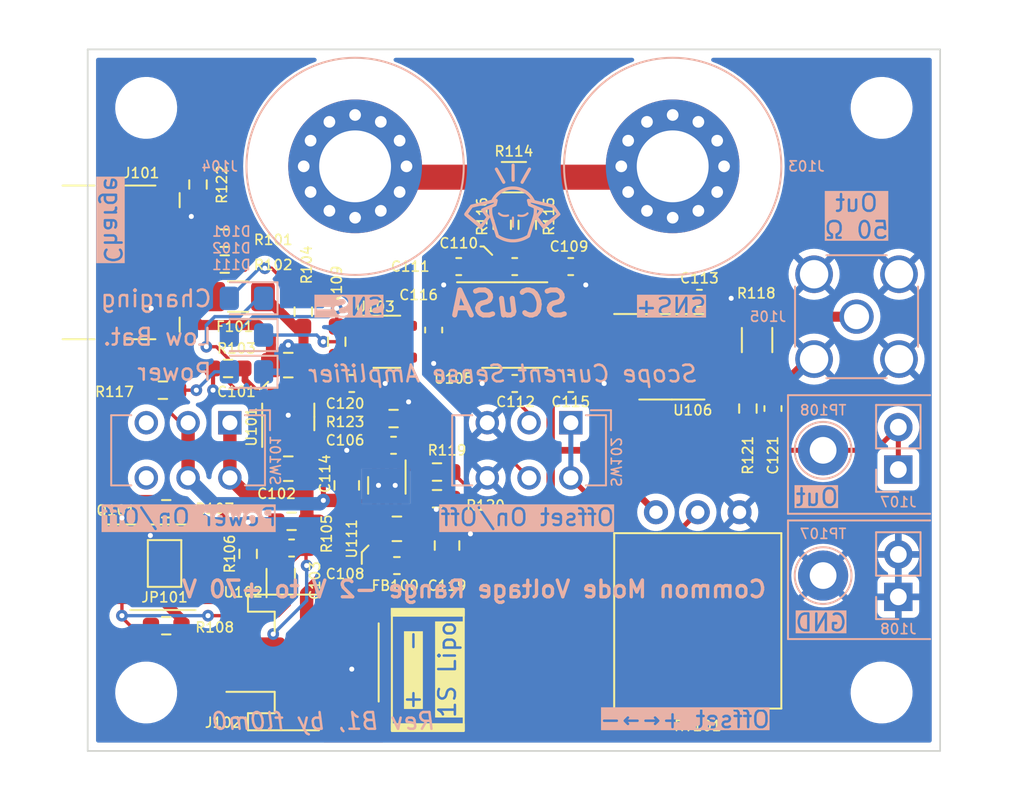
<source format=kicad_pcb>
(kicad_pcb (version 20221018) (generator pcbnew)
  (title_block (title "SCuSA - Scope Current Sense Amplifier") (date "2023-07-15") (rev "Rev B1") (company "fl0m0") (comment 4 "AISLER Project ID: AIRERXTV"))
  (layers (0 "F.Cu" signal) (31 "B.Cu" signal) (34 "B.Paste" user) (35 "F.Paste" user) (36 "B.SilkS" user "B.Silkscreen") (37 "F.SilkS" user "F.Silkscreen") (38 "B.Mask" user) (39 "F.Mask" user) (44 "Edge.Cuts" user))
  (net 0 "")
  (net 1 "/VBat_SW")
  (net 2 "GND")
  (net 3 "Net-(U111-C1+)")
  (net 4 "/Cell-")
  (net 5 "/VBus")
  (net 6 "/VBat")
  (net 7 "Net-(D101-K)")
  (net 8 "Net-(D101-A)")
  (net 9 "Net-(F101-Pad1)")
  (net 10 "Net-(U111-C1-)")
  (net 11 "Net-(U111-VOUT)")
  (net 12 "Net-(D102-K)")
  (net 13 "Net-(D102-A)")
  (net 14 "Net-(U102-BAT)")
  (net 15 "Net-(D111-A)")
  (net 16 "Net-(U111-PFM)")
  (net 17 "Net-(U111-OUTDIS)")
  (net 18 "Net-(J101-CC1)")
  (net 19 "Net-(J101-CC2)")
  (net 20 "Net-(J101-SHIELD)")
  (net 21 "Net-(Q101A-G1)")
  (net 22 "Net-(Q101B-G2)")
  (net 23 "Net-(Q101A-D1-Pad7)")
  (net 24 "Net-(U101-PROG)")
  (net 25 "Net-(U102-V-)")
  (net 26 "Net-(SW102A-A)")
  (net 27 "Net-(SW102A-B)")
  (net 28 "Net-(SW102B-B)")
  (net 33 "Net-(J105-In)")
  (net 34 "/Out")
  (net 35 "Net-(U106--)")
  (net 39 "/SNS+2")
  (net 40 "/SNS-2")
  (net 41 "/SNS+1")
  (net 42 "/SNS-1")
  (net 43 "Net-(C121-Pad1)")
  (net 44 "+5V")
  (footprint "Resistor_SMD:R_1206_3216Metric_Pad1.30x1.75mm_HandSolder" (layer "F.Cu") (at 152.05 79.4 90)
    (fp_text reference "R118")
    (fp_text value "49.9R,1206")
  )
  (footprint "MountingHole:MountingHole_3.2mm_M3_DIN965" (layer "F.Cu") (at 159.5 100.5)
    (fp_text reference "H104" hide)
    (fp_text value "MountingHole")
  )
  (footprint "Capacitor_SMD:C_0603_1608Metric_Pad1.08x0.95mm_HandSolder" (layer "F.Cu") (at 137.55 75 180)
    (fp_text reference "C110")
    (fp_text value "100nF,100V,X7R,0603")
  )
  (footprint "Resistor_SMD:R_0603_1608Metric_Pad0.98x0.95mm_HandSolder" (layer "F.Cu") (at 151.5 83.5 -90)
    (fp_text reference "R121")
    (fp_text value "R")
  )
  (footprint "Fuse:Fuse_1206_3216Metric_Pad1.42x1.75mm_HandSolder" (layer "F.Cu") (at 121 76.8)
    (fp_text reference "F101")
    (fp_text value "0ZCJ0110FF2E")
  )
  (footprint "Package_TO_SOT_SMD:SOT-23-5" (layer "F.Cu") (at 129.9 79.5)
    (fp_text reference "U103")
    (fp_text value "BD4836G-xx")
  )
  (footprint "Capacitor_SMD:C_0805_2012Metric_Pad1.18x1.45mm_HandSolder" (layer "F.Cu") (at 124 80.9 180)
    (fp_text reference "C101")
    (fp_text value "4.7uF,25V,X7R,0805")
  )
  (footprint "Resistor_SMD:R_0603_1608Metric_Pad0.98x0.95mm_HandSolder" (layer "F.Cu") (at 120.4 81.1 180)
    (fp_text reference "R103")
    (fp_text value "4.7k,0603")
  )
  (footprint "Resistor_SMD:R_0603_1608Metric_Pad0.98x0.95mm_HandSolder" (layer "F.Cu") (at 130.3 84.1 180)
    (fp_text reference "R123")
    (fp_text value "0R,0603")
  )
  (footprint "Resistor_SMD:R_0603_1608Metric_Pad0.98x0.95mm_HandSolder" (layer "F.Cu") (at 116.5 82.4 180)
    (fp_text reference "R117")
    (fp_text value "10k,0603")
  )
  (footprint "Resistor_SMD:R_0603_1608Metric_Pad0.98x0.95mm_HandSolder" (layer "F.Cu") (at 124.2 90.25 180)
    (fp_text reference "R105")
    (fp_text value "330R,0603")
  )
  (footprint "Capacitor_SMD:C_0805_2012Metric_Pad1.18x1.45mm_HandSolder" (layer "F.Cu") (at 124 87.1 180)
    (fp_text reference "C102")
    (fp_text value "4.7uF,25V,X7R,0805")
  )
  (footprint "Capacitor_SMD:C_0603_1608Metric_Pad1.08x0.95mm_HandSolder" (layer "F.Cu") (at 134.2 75 180)
    (fp_text reference "C111")
    (fp_text value "100nF,100V,X7R,0603")
  )
  (footprint "Capacitor_SMD:C_0603_1608Metric_Pad1.08x0.95mm_HandSolder" (layer "F.Cu") (at 130.3 85.7)
    (fp_text reference "C106")
    (fp_text value "1uF,16V,X7R,0603")
  )
  (footprint "Capacitor_SMD:C_0603_1608Metric_Pad1.08x0.95mm_HandSolder" (layer "F.Cu") (at 140.9 75 180)
    (fp_text reference "C109")
    (fp_text value "100nF,100V,X7R,0603")
  )
  (footprint "Capacitor_SMD:C_0603_1608Metric_Pad1.08x0.95mm_HandSolder" (layer "F.Cu") (at 140.9 82)
    (fp_text reference "C115")
    (fp_text value "100nF,16V,X7R,0603")
  )
  (footprint "Capacitor_SMD:C_0805_2012Metric_Pad1.18x1.45mm_HandSolder" (layer "F.Cu") (at 130.5 90.7)
    (fp_text reference "C108")
    (fp_text value "4.7uF,25V,X7R,0805")
  )
  (footprint "MountingHole:MountingHole_3.2mm_M3_DIN965" (layer "F.Cu") (at 115.5 100.5)
    (fp_text reference "H103" hide)
    (fp_text value "MountingHole")
  )
  (footprint "Package_SO:SOIC-8_3.9x4.9mm_P1.27mm" (layer "F.Cu") (at 116.5 93)
    (fp_text reference "Q101")
    (fp_text value "DMN2041LSD")
  )
  (footprint "Resistor_SMD:R_0603_1608Metric_Pad0.98x0.95mm_HandSolder" (layer "F.Cu") (at 126.9 79.5 90)
    (fp_text reference "R109")
    (fp_text value "10k,0603")
  )
  (footprint "Capacitor_SMD:C_0603_1608Metric_Pad1.08x0.95mm_HandSolder" (layer "F.Cu") (at 132.7 78.8 90)
    (fp_text reference "C116")
    (fp_text value "100nF,16V,X7R,0603")
  )
  (footprint "Capacitor_SMD:C_0805_2012Metric_Pad1.18x1.45mm_HandSolder" (layer "F.Cu") (at 127.5 88.1 90)
    (fp_text reference "C114")
    (fp_text value "4.7uF,25V,X7R,0805")
  )
  (footprint "MountingHole:MountingHole_3.2mm_M3_DIN965" (layer "F.Cu") (at 159.5 65.5)
    (fp_text reference "H101" hide)
    (fp_text value "MountingHole")
  )
  (footprint "Connector_User:JST_PH_S2B-PH-SM4-TB_1x02-1MP_P2.00mm_Horizontal" (layer "F.Cu") (at 124.9 98.7 90)
    (fp_text reference "J102")
    (fp_text value "JST_S2B-PH-SM4-x")
  )
  (footprint "Resistor_SMD:R_0603_1608Metric_Pad0.98x0.95mm_HandSolder" (layer "F.Cu") (at 138.3 72.5 -90)
    (fp_text reference "R115")
    (fp_text value "0R,0603")
  )
  (footprint "Connector_User:USB-C_Receptacle_GTC_USB4135-GF-A" (layer "F.Cu") (at 116.9025 74.75 -90)
    (fp_text reference "J101")
    (fp_text value "USB4135-GF-A")
  )
  (footprint "Package_SON:WSON-8-1EP_2x2mm_P0.5mm_EP0.9x1.6mm_ThermalVias" (layer "F.Cu") (at 129.9 88.1 -90)
    (fp_text reference "U111")
    (fp_text value "LM2775DSG")
  )
  (footprint "Inductor_SMD:L_0603_1608Metric_Pad1.05x0.95mm_HandSolder" (layer "F.Cu") (at 130.5 92.9)
    (fp_text reference "FB100")
    (fp_text value "742792620")
  )
  (footprint "Resistor_SMD:R_1206_3216Metric_Pad1.30x1.75mm_HandSolder" (layer "F.Cu") (at 137.5 69.65 180)
    (fp_text reference "R114")
    (fp_text value "50m")
  )
  (footprint "Resistor_SMD:R_0603_1608Metric_Pad0.98x0.95mm_HandSolder" (layer "F.Cu") (at 120.2 74.85)
    (fp_text reference "R102")
    (fp_text value "5.1k,0603")
  )
  (footprint "Capacitor_SMD:C_0603_1608Metric_Pad1.08x0.95mm_HandSolder" (layer "F.Cu") (at 148.6 76.9)
    (fp_text reference "C113")
    (fp_text value "100nF,16V,X7R,0603")
  )
  (footprint "Resistor_SMD:R_0603_1608Metric_Pad0.98x0.95mm_HandSolder" (layer "F.Cu") (at 136.8 72.5 -90)
    (fp_text reference "R116")
    (fp_text value "0R,0603")
  )
  (footprint "Capacitor_SMD:C_0603_1608Metric_Pad1.08x0.95mm_HandSolder" (layer "F.Cu") (at 137.55 82 180)
    (fp_text reference "C112")
    (fp_text value "100nF,16V,X7R,0603")
  )
  (footprint "Resistor_SMD:R_0603_1608Metric_Pad0.98x0.95mm_HandSolder" (layer "F.Cu") (at 120.2 73.3)
    (fp_text reference "R101")
    (fp_text value "5.1k,0603")
  )
  (footprint "Capacitor_SMD:C_0603_1608Metric_Pad1.08x0.95mm_HandSolder" (layer "F.Cu") (at 153 83.5 90)
    (fp_text reference "C121")
    (fp_text value "C")
  )
  (footprint "Capacitor_SMD:C_0603_1608Metric_Pad1.08x0.95mm_HandSolder" (layer "F.Cu") (at 127.8 82 180)
    (fp_text reference "C120")
    (fp_text value "100nF,16V,X7R,0603")
  )
  (footprint "Potentionmeter_THT_User:Potentiometer_Suntan_3296W_Vertical_90deg" (layer "F.Cu") (at 148.5 89.71 180)
    (fp_text reference "RV101")
    (fp_text value "10k_Potentiometer_Trim_TSR-3296W")
  )
  (footprint "Package_SO:SOIC-8_3.9x4.9mm_P1.27mm" (layer "F.Cu") (at 137.55 78.5)
    (fp_text reference "U105")
    (fp_text value "AD8418AWBRZ")
  )
  (footprint "Resistor_SMD:R_0603_1608Metric_Pad0.98x0.95mm_HandSolder" (layer "F.Cu") (at 118.6 70.0875 -90)
    (fp_text reference "R122")
    (fp_text value "0R,0603")
  )
  (footprint "Capacitor_SMD:C_0603_1608Metric_Pad1.08x0.95mm_HandSolder" (layer "F.Cu") (at 124.2 91.85)
    (fp_text reference "C103")
    (fp_text value "100nF,16V,X7R,0603")
  )
  (footprint "Resistor_SMD:R_0603_1608Metric_Pad0.98x0.95mm_HandSolder" (layer "F.Cu") (at 124.9 77.7 90)
    (fp_text reference "R104")
    (fp_text value "1.2k,0603")
  )
  (footprint "Package_SO:SOIC-8_3.9x4.9mm_P1.27mm" (layer "F.Cu") (at 146.95 80.4)
    (fp_text reference "U106")
    (fp_text value "AD8655ARZ")
  )
  (footprint "Package_TO_SOT_SMD:SOT-23-5" (layer "F.Cu") (at 124 84 90)
    (fp_text reference "U101")
    (fp_text value "MCP73832T-2ACI/OT")
  )
  (footprint "Resistor_SMD:R_0603_1608Metric_Pad0.98x0.95mm_HandSolder" (layer "F.Cu") (at 116.7 96.5)
    (fp_text reference "R108")
    (fp_text value "5.1M,0603")
  )
  (footprint "Package_SON:WSON-6_1.5x1.5mm_P0.5mm" (layer "F.Cu") (at 123.55 93.85 90)
    (fp_text reference "U102")
    (fp_text value "BQ29700DSER")
  )
  (footprint "Jumper:SolderJumper-2_P1.3mm_Open_TrianglePad1.0x1.5mm" (layer "F.Cu") (at 116.6 92.775 -90)
    (fp_text reference "JP101")
    (fp_text value "SolderJumper_2_Open")
  )
  (footprint "Capacitor_SMD:C_0805_2012Metric_Pad1.18x1.45mm_HandSolder" (layer "F.Cu") (at 133.5 91.7 90)
    (fp_text reference "C119")
    (fp_text value "4.7uF,25V,X7R,0805")
  )
  (footprint "Resistor_SMD:R_0603_1608Metric_Pad0.98x0.95mm_HandSolder" (layer "F.Cu") (at 121.6 92.2 90)
    (fp_text reference "R106")
    (fp_text value "2.2k,0603")
  )
  (footprint "Resistor_SMD:R_0603_1608Metric_Pad0.98x0.95mm_HandSolder" (layer "F.Cu") (at 132.9 88.9 180)
    (fp_text reference "R120")
    (fp_text value "0R,0603")
  )
  (footprint "MountingHole:MountingHole_3.2mm_M3_DIN965" (layer "F.Cu") (at 115.5 65.5)
    (fp_text reference "H102" hide)
    (fp_text value "MountingHole")
  )
  (footprint "Resistor_SMD:R_0603_1608Metric_Pad0.98x0.95mm_HandSolder" (layer "F.Cu") (at 116.7 89.5 180)
    (fp_text reference "R107")
    (fp_text value "5.1M,0603")
  )
  (footprint "Resistor_SMD:R_0603_1608Metric_Pad0.98x0.95mm_HandSolder" (layer "F.Cu") (at 132.9 87.3 180)
    (fp_text reference "R119")
    (fp_text value "0R,0603")
  )
  (footprint "Logo_User:Sense_Logo" (layer "B.Cu") (at 137.4 71.4 180)
    (fp_text reference "G***" hide)
    (fp_text value "Sense_Logo" hide)
  )
  (footprint "Connector_PinHeader_2.54mm:PinHeader_1x02_P2.54mm_Vertical" (layer "B.Cu") (at 160.5 94.775)
    (fp_text reference "J108")
    (fp_text value "77311-118-02LF")
  )
  (footprint "Button_Switch_THT:SW_CuK_JS202011CQN_DPDT_Straight" (layer "B.Cu") (at 120.5075 84.35 180)
    (fp_text reference "SW101")
    (fp_text value "JS202011CQN")
  )
  (footprint "Button_Switch_THT:SW_CuK_JS202011CQN_DPDT_Straight" (layer "B.Cu") (at 140.9075 84.35 180)
    (fp_text reference "SW102")
    (fp_text value "JS202011CQN")
  )
  (footprint "Connector_User:SMA_Vertical" (layer "B.Cu") (at 158 78 180)
    (fp_text reference "J105")
    (fp_text value "SMA_Straight_Jack_Female")
  )
  (footprint "LED_SMD:LED_0805_2012Metric_Pad1.15x1.40mm_HandSolder" (layer "B.Cu") (at 121.5 79.1 180)
    (fp_text reference "D102")
    (fp_text value "150080SS75000")
  )
  (footprint "TestPoint:TestPoint_Loop_D2.60mm_Drill1.6mm_Beaded" (layer "B.Cu") (at 156 86 90)
    (fp_text reference "TP108")
    (fp_text value "TestPoint_5010_Red")
  )
  (footprint "LED_SMD:LED_0805_2012Metric_Pad1.15x1.40mm_HandSolder" (layer "B.Cu") (at 121.5 81.3 180)
    (fp_text reference "D111")
    (fp_text value "150080GS75000")
  )
  (footprint "Connector_User:Binding_Post_PKI_10_A_Au_Red" (layer "B.Cu") (at 147 69 -90)
    (fp_text reference "J103")
    (fp_text value "Binding_Post_PKI_10_A_Au")
  )
  (footprint "LED_SMD:LED_0805_2012Metric_Pad1.15x1.40mm_HandSolder" (layer "B.Cu") (at 121.5 76.9 180)
    (fp_text reference "D101")
    (fp_text value "150080BS75000")
  )
  (footprint "Connector_PinHeader_2.54mm:PinHeader_1x02_P2.54mm_Vertical" (layer "B.Cu") (at 160.5 87.155)
    (fp_text reference "J107")
    (fp_text value "77311-118-02LF")
  )
  (footprint "TestPoint:TestPoint_Loop_D2.60mm_Drill1.6mm_Beaded" (layer "B.Cu") (at 156 93.5 90)
    (fp_text reference "TP107")
    (fp_text value "TestPoint_5011_Black")
  )
  (footprint "Connector_User:Binding_Post_PKI_10_A_Au_Black" (layer "B.Cu") (at 128 69 -90)
    (fp_text reference "J104")
    (fp_text value "Binding_Post_PKI_10_A_Au")
  )
  (gr_line (start 162.4 90.2) (end 153.9 90.2) (stroke (width 0.12)) (layer "B.SilkS"))
  (gr_line (start 153.9 90.2) (end 153.9 97.3) (stroke (width 0.12)) (layer "B.SilkS"))
  (gr_line (start 153.9 97.3) (end 162.4 97.3) (stroke (width 0.12)) (layer "B.SilkS"))
  (gr_line (start 162.4 82.7) (end 153.9 82.7) (stroke (width 0.12)) (layer "B.SilkS"))
  (gr_line (start 153.9 82.7) (end 153.9 89.8) (stroke (width 0.12)) (layer "B.SilkS"))
  (gr_line (start 153.9 89.8) (end 162.4 89.8) (stroke (width 0.12)) (layer "B.SilkS"))
  (gr_line (start 135.5 73.8) (end 135.7 73.8) (stroke (width 0.12)) (layer "F.SilkS"))
  (gr_line (start 128.4 92.1) (end 128.8 91.7) (stroke (width 0.12)) (layer "F.SilkS"))
  (gr_line (start 128.4 92.8) (end 128.4 92.1) (stroke (width 0.12)) (layer "F.SilkS"))
  (gr_line (start 135.7 73.8) (end 136.2 74.3) (stroke (width 0.12)) (layer "F.SilkS"))
  (gr_line (start 122 82.3) (end 122.4 82.3) (stroke (width 0.12)) (layer "F.SilkS"))
  (gr_rect (start 130.2 95.5) (end 134.5 102.8) (stroke (width 0.12)) (fill none) (layer "F.SilkS"))
  (gr_rect (start 130.2 95.5) (end 134.5 95.9) (stroke (width 0.12)) (fill solid) (layer "F.SilkS"))
  (gr_line (start 122.4 82.3) (end 122.8 81.9) (stroke (width 0.12)) (layer "F.SilkS"))
  (gr_rect (start 130.2 102.4) (end 134.5 102.8) (stroke (width 0.12)) (fill solid) (layer "F.SilkS"))
  (gr_line (start 163 104) (end 112 104) (stroke (width 0.1)) (layer "Edge.Cuts"))
  (gr_line (start 112 62) (end 163 62) (stroke (width 0.1)) (layer "Edge.Cuts"))
  (gr_line (start 112 104) (end 112 62) (stroke (width 0.1)) (layer "Edge.Cuts"))
  (gr_line (start 163 62) (end 163 104) (stroke (width 0.1)) (layer "Edge.Cuts"))
  (gr_text "Low Bat." (at 119.5 79.8) (layer "B.SilkS") (effects (font (size 1 1)) (justify left bottom mirror)))
  (gr_text "Power On/Off" (at 123.4 90.6) (layer "B.SilkS" knockout) (effects (font (size 1 1)) (justify left bottom mirror)))
  (gr_text "Offset On/Off" (at 143.6 90.6) (layer "B.SilkS" knockout) (effects (font (size 1 1)) (justify left bottom mirror)))
  (gr_text "SNS+" (at 149.1 78) (layer "B.SilkS" knockout) (effects (font (size 1 1)) (justify left bottom mirror)))
  (gr_text "Out\n50 Ω" (at 158 73.4) (layer "B.SilkS" knockout) (effects (font (size 1 1)) (justify bottom mirror)))
  (gr_text "Charge" (at 112.9 74.9 270) (layer "B.SilkS" knockout) (effects (font (size 1 1)) (justify left bottom mirror)))
  (gr_text "Charging" (at 119.5 77.5) (layer "B.SilkS") (effects (font (size 1 1)) (justify left bottom mirror)))
  (gr_text "SNS-" (at 129.8 78) (layer "B.SilkS" knockout) (effects (font (size 1 1)) (justify left bottom mirror)))
  (gr_text "Rev B1, by fl0m0" (at 132.9 102.8) (layer "B.SilkS") (effects (font (size 1 1) (thickness 0.15) italic) (justify left bottom mirror)))
  (gr_text "GND" (at 157.5 96.9) (layer "B.SilkS" knockout) (effects (font (size 1 1)) (justify left bottom mirror)))
  (gr_text "Power" (at 119.5 81.9) (layer "B.SilkS") (effects (font (size 1 1)) (justify left bottom mirror)))
  (gr_text "SCuSA" (at 141 78.1) (layer "B.SilkS") (effects (font (size 1.5 1.5) (thickness 0.3) bold italic) (justify left bottom mirror)))
  (gr_text "Out" (at 157 89.4) (layer "B.SilkS" knockout) (effects (font (size 1 1)) (justify left bottom mirror)))
  (gr_text "Common Mode Voltage Range -2 V to +70 V" (at 152.7 94.9) (layer "B.SilkS") (effects (font (size 1 1) (thickness 0.2) bold) (justify left bottom mirror)))
  (gr_text "Offset +←→-" (at 152.9 102.7) (layer "B.SilkS" knockout) (effects (font (size 1 1)) (justify left bottom mirror)))
  (gr_text "Scope Current Sense Amplifier" (at 148.6 82) (layer "B.SilkS") (effects (font (size 1 1) (thickness 0.15) italic) (justify left bottom mirror)))
  (gr_text " +   - " (at 132 102.4 90) (layer "F.SilkS" knockout) (effects (font (size 1 1)) (justify left bottom)))
  (gr_text "1S Lipo" (at 134.1 102.1 90) (layer "F.SilkS" knockout) (effects (font (size 1 1)) (justify left bottom)))
  (segment (start 127.5 92.7) (end 127.5 89.1375) (width 0.2) (layer "F.Cu") (net 1))
  (segment (start 126.1 89) (end 126.1 85) (width 0.3) (layer "F.Cu") (net 1))
  (segment (start 115.6 82.4) (end 117.55 84.35) (width 0.2) (layer "F.Cu") (net 1))
  (segment (start 132.3 91.9) (end 132.5 91.7) (width 0.2) (layer "F.Cu") (net 1))
  (segment (start 135.5 91.4) (end 135.5 88.9875) (width 0.2) (layer "F.Cu") (net 1))
  (segment (start 130.15 89.05) (end 130.15 89.45) (width 0.2) (layer "F.Cu") (net 1))
  (segment (start 128.1 79.5) (end 127.1875 80.4125) (width 0.2) (layer "F.Cu") (net 1))
  (segment (start 135.5 88.9875) (end 133.8125 87.3) (width 0.2) (layer "F.Cu") (net 1))
  (segment (start 129.15 89.05) (end 127.5875 89.05) (width 0.25) (layer "F.Cu") (net 1))
  (segment (start 126.9375 82) (end 126.9375 80.45) (width 0.2) (layer "F.Cu") (net 1))
  (segment (start 130.5 91.9) (end 130.5 93.5) (width 0.2) (layer "F.Cu") (net 1))
  (segment (start 126.1 85) (end 126.9375 84.1625) (width 0.3) (layer "F.Cu") (net 1))
  (segment (start 126.9375 80.45) (end 126.9 80.4125) (width 0.2) (layer "F.Cu") (net 1))
  (segment (start 130.5 93.5) (end 130.1 93.9) (width 0.2) (layer "F.Cu") (net 1))
  (segment (start 118.0075 87.65) (end 118.0075 84.35) (width 0.8) (layer "F.Cu") (net 1))
  (segment (start 127.5875 89.05) (end 127.5 89.1375) (width 0.25) (layer "F.Cu") (net 1))
  (segment (start 130.5 89.8) (end 130.5 91.9) (width 0.2) (layer "F.Cu") (net 1))
  (segment (start 130.15 89.45) (end 130.5 89.8) (width 0.2) (layer "F.Cu") (net 1))
  (segment (start 117.55 84.35) (end 118.0075 84.35) (width 0.2) (layer "F.Cu") (net 1))
  (segment (start 130.5 91.9) (end 132.3 91.9) (width 0.2) (layer "F.Cu") (net 1))
  (segment (start 135.2 91.7) (end 135.5 91.4) (width 0.2) (layer "F.Cu") (net 1))
  (segment (start 128.7625 79.5) (end 128.1 79.5) (width 0.2) (layer "F.Cu") (net 1))
  (segment (start 127.3625 89) (end 127.5 89.1375) (width 0.8) (layer "F.Cu") (net 1))
  (segment (start 132.5 91.7) (end 135.2 91.7) (width 0.2) (layer "F.Cu") (net 1))
  (segment (start 128.7 93.9) (end 127.5 92.7) (width 0.2) (layer "F.Cu") (net 1))
  (segment (start 126.9375 84.1625) (end 126.9375 82) (width 0.3) (layer "F.Cu") (net 1))
  (segment (start 127.1875 80.4125) (end 126.9 80.4125) (width 0.2) (layer "F.Cu") (net 1))
  (segment (start 126.1 89) (end 127.3625 89) (width 0.8) (layer "F.Cu") (net 1))
  (segment (start 130.1 93.9) (end 128.7 93.9) (width 0.2) (layer "F.Cu") (net 1))
  (segment (start 115.5875 82.4) (end 115.6 82.4) (width 0.2) (layer "F.Cu") (net 1))
  (via (at 126.1 89) (size 0.7) (drill 0.3) (layers "F.Cu" "B.Cu") (net 1))
  (segment (start 119.5575 89.2) (end 118.0075 87.65) (width 0.8) (layer "B.Cu") (net 1))
  (segment (start 126.1 89) (end 125.9 89.2) (width 0.8) (layer "B.Cu") (net 1))
  (segment (start 125.9 89.2) (end 119.5575 89.2) (width 0.8) (layer "B.Cu") (net 1))
  (segment (start 133.4625 90.7) (end 133.5 90.6625) (width 0.4) (layer "F.Cu") (net 2))
  (segment (start 122.9625 79.2625) (end 122.9625 79.7) (width 0.6) (layer "F.Cu") (net 2))
  (segment (start 129.25 80.45) (end 128.7625 80.45) (width 0.25) (layer "F.Cu") (net 2))
  (segment (start 115.7875 89.5) (end 115.7875 91.0625) (width 0.4) (layer "F.Cu") (net 2))
  (segment (start 118.2 72) (end 120.5 72) (width 0.2) (layer "F.Cu") (net 2))
  (segment (start 124 79.7) (end 122.9625 80.7375) (width 0.6) (layer "F.Cu") (net 2))
  (segment (start 153 82.6) (end 155.06 80.54) (width 0.4) (layer "F.Cu") (net 2))
  (segment (start 136.7 81.9875) (end 136.6875 82) (width 0.4) (layer "F.Cu") (net 2))
  (segment (start 122.2 78.5) (end 122.9625 79.2625) (width 0.6) (layer "F.Cu") (net 2))
  (segment (start 115.745 91.095) (end 115.75 91.1) (width 0.6) (layer "F.Cu") (net 2))
  (segment (start 118.2 72) (end 118.2 71.4) (width 0.6) (layer "F.Cu") (net 2))
  (segment (start 115.8 77.5) (end 116.9675 77.5) (width 0.4) (layer "F.Cu") (net 2))
  (segment (start 129.8 81) (end 129.25 80.45) (width 0.25) (layer "F.Cu") (net 2))
  (segment (start 132.857002 89.536734) (end 131.693736 90.7) (width 0.4) (layer "F.Cu") (net 2))
  (segment (start 133.8375 91) (end 133.5 90.6625) (width 0.4) (layer "F.Cu") (net 2))
  (segment (start 133.8 90.3625) (end 133.8 88.9125) (width 0.4) (layer "F.Cu") (net 2))
  (segment (start 144.475 82.305) (end 143.205 82.305) (width 0.3) (layer "F.Cu") (net 2))
  (segment (start 118.2 71.4) (end 118.6 71) (width 0.6) (layer "F.Cu") (net 2))
  (segment (start 135.075 77.865) (end 136.265 77.865) (width 0.4) (layer "F.Cu") (net 2))
  (segment (start 135.6 82) (end 136.6875 82) (width 0.4) (layer "F.Cu") (net 2))
  (segment (start 153 82.6375) (end 153 82.6) (width 0.4) (layer "F.Cu") (net 2))
  (segment (start 121.1125 72.6125) (end 121.1125 73.3) (width 0.2) (layer "F.Cu") (net 2))
  (segment (start 114.025 91.095) (end 115 91.095) (width 0.6) (layer "F.Cu") (net 2))
  (segment (start 129.8 82) (end 129.8 81) (width 0.25) (layer "F.Cu") (net 2))
  (segment (start 132.7725 77.865) (end 132.7 77.9375) (width 0.4) (layer "F.Cu") (net 2))
  (segment (start 132.7 79.6625) (end 132.7 80.8) (width 0.3) (layer "F.Cu") (net 2))
  (segment (start 155.06 80.54) (end 155.46 80.54) (width 0.4) (layer "F.Cu") (net 2))
  (segment (start 141.7625 75) (end 141.7625 76.0625) (width 0.3) (layer "F.Cu") (net 2))
  (segment (start 118.2 72) (end 116.9675 72) (width 0.4) (layer "F.Cu") (net 2))
  (segment (start 131.693736 90.7) (end 131.5375 90.7) (width 0.4) (layer "F.Cu") (net 2))
  (segment (start 122.9625 80.7375) (end 122.9625 80.9) (width 0.6) (layer "F.Cu") (net 2))
  (segment (start 130.65 89.05) (end 130.65 88.35) (width 0.2) (layer "F.Cu") (net 2))
  (segment (start 114.05 90.05) (end 114.05 91.07) (width 0.6) (layer "F.Cu") (net 2))
  (segment (start 121.6 91.2875) (end 121.6 90.3) (width 0.2) (layer "F.Cu") (net 2))
  (segment (start 124 85.1375) (end 124 86.0625) (width 0.4) (layer "F.Cu") (net 2))
  (segment (start 133.3375 75) (end 133.3375 76.0625) (width 0.3) (layer "F.Cu") (net 2))
  (segment (start 120.5 72) (end 121.1125 72.6125) (width 0.2) (layer "F.Cu") (net 2))
  (segment (start 133.5 90.6625) (end 133.8 90.3625) (width 0.4) (layer "F.Cu") (net 2))
  (segment (start 118.7 78.5) (end 122.2 78.5) (width 0.6) (layer "F.Cu") (net 2))
  (segment (start 124 86.0625) (end 122.9625 87.1) (width 0.4) (layer "F.Cu") (net 2))
  (segment (start 142.9 82) (end 141.7625 82) (width 0.3) (layer "F.Cu") (net 2))
  (segment (start 114.05 91.07) (end 114.025 91.095) (width 0.6) (layer "F.Cu") (net 2))
  (segment (start 122.9625 79.7) (end 122.9625 80.9) (width 0.6) (layer "F.Cu") (net 2))
  (segment (start 116.095 91.095) (end 116.7 91.7) (width 0.6) (layer "F.Cu") (net 2))
  (segment (start 127.5 87.0625) (end 127.5 86) (width 0.3) (layer "F.Cu") (net 2))
  (segment (start 134.9 91) (end 133.8375 91) (width 0.4) (layer "F.Cu") (net 2))
  (segment (start 115 91.095) (end 115.745 91.095) (width 0.6) (layer "F.Cu") (net 2))
  (segment (start 131.2125 84.1) (end 131.2125 83.1125) (width 0.3) (layer "F.Cu") (net 2))
  (segment (start 136.265 77.865) (end 136.7 78.3) (width 0.4) (layer "F.Cu") (net 2))
  (segment (start 136.7 78.3) (end 136.7 81.9875) (width 0.4) (layer "F.Cu") (net 2))
  (segment (start 121.1125 74.85) (end 121.1125 73.3) (width 0.2) (layer "F.Cu") (net 2))
  (segment (start 129.8 82) (end 128.6625 82) (width 0.3) (layer "F.Cu") (net 2))
  (segment (start 141.7625 76.0625) (end 141.8 76.1) (width 0.3) (layer "F.Cu") (net 2))
  (segment (start 131.5375 90.7) (end 133.4625 90.7) (width 0.4) (layer "F.Cu") (net 2))
  (segment (start 119.5 82.4) (end 119.5 81.1125) (width 0.25) (layer "F.Cu") (net 2))
  (segment (start 150.5 76.9) (end 149.4625 76.9) (width 0.3) (layer "F.Cu") (net 2))
  (segment (start 131.2125 83.1125) (end 131.2 83.1) (width 0.3) (layer "F.Cu") (net 2))
  (segment (start 116.7 91.7) (end 116.7 91.7875) (width 0.6) (layer "F.Cu") (net 2))
  (segment (start 130.65 88.35) (end 130.4 88.1) (width 0.2) (layer "F.Cu") (net 2))
  (segment (start 133.8 88.9125) (end 133.8125 88.9) (width 0.4) (layer "F.Cu") (net 2))
  (segment (start 124 83.9) (end 124 85.1375) (width 0.4) (layer "F.Cu") (net 2))
  (segment (start 117.7 77.5) (end 118.7 78.5) (width 0.6) (layer "F.Cu") (net 2))
  (segment (start 115 91.095) (end 116.095 91.095) (width 0.6) (layer "F.Cu") (net 2))
  (segment (start 115.7875 91.0625) (end 115.75 91.1) (width 0.4) (layer "F.Cu") (net 2))
  (segment (start 119.5 81.1125) (end 119.4875 81.1) (width 0.25) (layer "F.Cu") (net 2))
  (segment (start 116.9675 77.5) (end 117.7 77.5) (width 0.6) (layer "F.Cu") (net 2))
  (segment (start 143.205 82.305) (end 142.9 82) (width 0.3) (layer "F.Cu") (net 2))
  (segment (start 135.075 77.865) (end 132.7725 77.865) (width 0.4) (layer "F.Cu") (net 2))
  (segment (start 133.3375 76.0625) (end 133.3 76.1) (width 0.3) (layer "F.Cu") (net 2))
  (via (at 134.9 91) (size 0.7) (drill 0.3) (layers "F.Cu" "B.Cu") (net 2))
  (via (at 124 79.7) (size 0.7) (drill 0.3) (layers "F.Cu" "B.Cu") (net 2))
  (via (at 115.8 77.5) (size 0.7) (drill 0.3) (layers "F.Cu" "B.Cu") (net 2))
  (via (at 132.857002 89.536734) (size 0.7) (drill 0.3) (layers "F.Cu" "B.Cu") (net 2))
  (via (at 118.2 72) (size 0.7) (drill 0.3) (layers "F.Cu" "B.Cu") (net 2))
  (via (at 131.2 83.1) (size 0.7) (drill 0.3) (layers "F.Cu" "B.Cu") (net 2))
  (via (at 133.3 76.1) (size 0.7) (drill 0.3) (layers "F.Cu" "B.Cu") (net 2))
  (via (at 124 83.9) (size 0.7) (drill 0.3) (layers "F.Cu" "B.Cu") (net 2))
  (via (at 135.6 82) (size 0.7) (drill 0.3) (layers "F.Cu" "B.Cu") (net 2))
  (via (at 142.9 82) (size 0.7) (drill 0.3) (layers "F.Cu" "B.Cu") (net 2))
  (via (at 127.5 86) (size 0.7) (drill 0.3) (layers "F.Cu" "B.Cu") (net 2))
  (via (at 121.6 90.3) (size 0.7) (drill 0.3) (layers "F.Cu" "B.Cu") (net 2))
  (via (at 129.8 82) (size 0.7) (drill 0.3) (layers "F.Cu" "B.Cu") (net 2))
  (via (at 141.8 76.1) (size 0.7) (drill 0.3) (layers "F.Cu" "B.Cu") (net 2))
  (via (at 115.75 91.1) (size 0.7) (drill 0.3) (layers "F.Cu" "B.Cu") (net 2))
  (via (at 114.05 90.05) (size 0.7) (drill 0.3) (layers "F.Cu" "B.Cu") (net 2))
  (via (at 127.8 99.1) (size 0.7) (drill 0.3) (layers "F.Cu" "B.Cu") (net 2))
  (via (at 132.7 80.8) (size 0.7) (drill 0.3) (layers "F.Cu" "B.Cu") (net 2))
  (via (at 150.5 76.9) (size 0.7) (drill 0.3) (layers "F.Cu" "B.Cu") (net 2))
  (via (at 119.5 82.4) (size 0.7) (drill 0.3) (layers "F.Cu" "B.Cu") (net 2))
  (segment (start 129.65 87.15) (end 129.65 85.9125) (width 0.2) (layer "F.Cu") (net 3))
  (segment (start 129.65 85.9125) (end 129.4375 85.7) (width 0.2) (layer "F.Cu") (net 3))
  (segment (start 119.3125 98.2) (end 122.05 98.2) (width 0.6) (layer "F.Cu") (net 4))
  (segment (start 123.1 97) (end 123.1 98.1) (width 0.2) (layer "F.Cu") (net 4))
  (segment (start 116.335 93.635) (end 114.025 93.635) (width 0.6) (layer "F.Cu") (net 4))
  (segment (start 117.6125 96.5) (end 117.6125 96.1125) (width 0.6) (layer "F.Cu") (net 4))
  (segment (start 116.7 94) (end 116.335 93.635) (width 0.6) (layer "F.Cu") (net 4))
  (segment (start 124.05 93.275) (end 124.05 92.8625) (width 0.2) (layer "F.Cu") (net 4))
  (segment (start 125.0625 92.8625) (end 125.1 92.9) (width 0.2) (layer "F.Cu") (net 4))
  (segment (start 123 98.2) (end 122.05 98.2) (width 0.2) (layer "F.Cu") (net 4))
  (segment (start 123.1 98.1) (end 123 98.2) (width 0.2) (layer "F.Cu") (net 4))
  (segment (start 124.05 92.8625) (end 125.0625 91.85) (width 0.2) (layer "F.Cu") (net 4))
  (segment (start 125.0625 91.85) (end 125.0625 92.8625) (width 0.2) (layer "F.Cu") (net 4))
  (segment (start 117.6125 96.1125) (end 116.7 95.2) (width 0.6) (layer "F.Cu") (net 4))
  (segment (start 116.7 95.2) (end 116.7 94) (width 0.6) (layer "F.Cu") (net 4))
  (segment (start 117.6125 96.5) (end 119.3125 98.2) (width 0.6) (layer "F.Cu") (net 4))
  (segment (start 122.05 98.2) (end 123.1 98.2) (width 0.6) (layer "F.Cu") (net 4))
  (via (at 125.1 92.9) (size 0.7) (drill 0.3) (layers "F.Cu" "B.Cu") (net 4))
  (via (at 123.1 97) (size 0.7) (drill 0.3) (layers "F.Cu" "B.Cu") (net 4))
  (segment (start 125.1 95) (end 123.1 97) (width 0.2) (layer "B.Cu") (net 4))
  (segment (start 125.1 92.9) (end 125.1 95) (width 0.2) (layer "B.Cu") (net 4))
  (segment (start 124.8625 81.1) (end 124.9125 81.05) (width 0.6) (layer "F.Cu") (net 5))
  (segment (start 124.95 82.8625) (end 124.95 81.1875) (width 0.4) (layer "F.Cu") (net 5))
  (segment (start 122.6 76.8) (end 122.4875 76.8) (width 0.6) (layer "F.Cu") (net 5))
  (segment (start 124.95 81.1875) (end 124.8625 81.1) (width 0.4) (layer "F.Cu") (net 5))
  (segment (start 124.9 79.1) (end 122.6 76.8) (width 0.6) (layer "F.Cu") (net 5))
  (segment (start 124.9125 81.05) (end 124.9125 79.1) (width 0.6) (layer "F.Cu") (net 5))
  (segment (start 124.9125 79.1) (end 124.9 79.1) (width 0.6) (layer "F.Cu") (net 5))
  (segment (start 125.1125 88.7) (end 125.1125 87.275) (width 0.8) (layer "F.Cu") (net 6))
  (segment (start 125.1 94.6) (end 125.1 99.5) (width 0.8) (layer "F.Cu") (net 6))
  (segment (start 124.4 100.2) (end 122.05 100.2) (width 0.8) (layer "F.Cu") (net 6))
  (segment (start 124.95 85.1375) (end 124.95 86.8125) (width 0.4) (layer "F.Cu") (net 6))
  (segment (start 125.1125 87.275) (end 124.9375 87.1) (width 0.8) (layer "F.Cu") (net 6))
  (segment (start 125.1125 90.25) (end 125.1125 88.7) (width 0.8) (layer "F.Cu") (net 6))
  (segment (start 121.5575 88.7) (end 120.5075 87.65) (width 0.8) (layer "F.Cu") (net 6))
  (segment (start 125.1125 88.7) (end 121.5575 88.7) (width 0.8) (layer "F.Cu") (net 6))
  (segment (start 125.1 99.5) (end 124.4 100.2) (width 0.8) (layer "F.Cu") (net 6))
  (segment (start 126.6 91) (end 126.6 93.1) (width 0.8) (layer "F.Cu") (net 6))
  (segment (start 124.8625 86.9) (end 124.9375 86.975) (width 0.8) (layer "F.Cu") (net 6))
  (segment (start 126.6 93.1) (end 125.1 94.6) (width 0.8) (layer "F.Cu") (net 6))
  (segment (start 125.85 90.25) (end 126.6 91) (width 0.8) (layer "F.Cu") (net 6))
  (segment (start 125.1125 90.25) (end 125.85 90.25) (width 0.8) (layer "F.Cu") (net 6))
  (segment (start 120.5075 87.65) (end 120.5075 84.35) (width 0.8) (layer "F.Cu") (net 6))
  (segment (start 124.95 86.8125) (end 124.8625 86.9) (width 0.4) (layer "F.Cu") (net 6))
  (segment (start 119.7 79.8) (end 120.4 80.5) (width 0.2) (layer "F.Cu") (net 7))
  (segment (start 120.4 81.9) (end 122.1 83.6) (width 0.2) (layer "F.Cu") (net 7))
  (segment (start 120.4 80.5) (end 120.4 81.9) (width 0.2) (layer "F.Cu") (net 7))
  (segment (start 122.1 84.1875) (end 123.05 85.1375) (width 0.2) (layer "F.Cu") (net 7))
  (segment (start 122.1 83.6) (end 122.1 84.1875) (width 0.2) (layer "F.Cu") (net 7))
  (segment (start 119.1 79.8) (end 119.7 79.8) (width 0.2) (layer "F.Cu") (net 7))
  (via (at 119.1 79.8) (size 0.7) (drill 0.3) (layers "F.Cu" "B.Cu") (net 7))
  (segment (start 122.2 76.9) (end 122.525 76.9) (width 0.2) (layer "B.Cu") (net 7))
  (segment (start 119.1 78.5) (end 119.6 78) (width 0.2) (layer "B.Cu") (net 7))
  (segment (start 121.1 78) (end 122.2 76.9) (width 0.2) (layer "B.Cu") (net 7))
  (segment (start 119.1 79.8) (end 119.1 78.5) (width 0.2) (layer "B.Cu") (net 7))
  (segment (start 119.6 78) (end 121.1 78) (width 0.2) (layer "B.Cu") (net 7))
  (segment (start 124.6875 76.7875) (end 124.9 76.7875) (width 0.2) (layer "F.Cu") (net 8))
  (segment (start 122.6 75.1) (end 123 75.1) (width 0.2) (layer "F.Cu") (net 8))
  (segment (start 123 75.1) (end 124.6875 76.7875) (width 0.2) (layer "F.Cu") (net 8))
  (via (at 122.6 75.1) (size 0.7) (drill 0.3) (layers "F.Cu" "B.Cu") (net 8))
  (segment (start 122.275 75.1) (end 122.6 75.1) (width 0.2) (layer "B.Cu") (net 8))
  (segment (start 120.475 76.9) (end 122.275 75.1) (width 0.2) (layer "B.Cu") (net 8))
  (segment (start 115.45 75.8) (end 115.45 73.75) (width 0.6) (layer "F.Cu") (net 9))
  (segment (start 115.952 73.248) (end 116.9675 73.248) (width 0.6) (layer "F.Cu") (net 9))
  (segment (start 116.9675 76.252) (end 115.902 76.252) (width 0.6) (layer "F.Cu") (net 9))
  (segment (start 115.45 73.75) (end 115.952 73.248) (width 0.6) (layer "F.Cu") (net 9))
  (segment (start 115.902 76.252) (end 115.45 75.8) (width 0.6) (layer "F.Cu") (net 9))
  (segment (start 119.5125 76.8) (end 118.9645 76.252) (width 0.6) (layer "F.Cu") (net 9))
  (segment (start 118.9645 76.252) (end 116.9675 76.252) (width 0.6) (layer "F.Cu") (net 9))
  (segment (start 130.15 87.15) (end 130.15 86.7125) (width 0.2) (layer "F.Cu") (net 10))
  (segment (start 130.15 86.7125) (end 131.1625 85.7) (width 0.2) (layer "F.Cu") (net 10))
  (segment (start 129.625 92.9) (end 129.625 90.8625) (width 0.5) (layer "F.Cu") (net 11))
  (segment (start 129.625 90.8625) (end 129.4625 90.7) (width 0.4) (layer "F.Cu") (net 11))
  (segment (start 129.65 90.5125) (end 129.4625 90.7) (width 0.25) (layer "F.Cu") (net 11))
  (segment (start 129.65 89.05) (end 129.65 90.5125) (width 0.25) (layer "F.Cu") (net 11))
  (segment (start 126.1 79.5) (end 127.434315 79.5) (width 0.2) (layer "F.Cu") (net 12))
  (segment (start 128.384315 78.55) (end 128.6625 78.55) (width 0.2) (layer "F.Cu") (net 12))
  (segment (start 127.434315 79.5) (end 128.384315 78.55) (width 0.2) (layer "F.Cu") (net 12))
  (via (at 126.1 79.5) (size 0.7) (drill 0.3) (layers "F.Cu" "B.Cu") (net 12))
  (segment (start 125.7 79.1) (end 126.1 79.5) (width 0.2) (layer "B.Cu") (net 12))
  (segment (start 122.525 79.1) (end 125.7 79.1) (width 0.2) (layer "B.Cu") (net 12))
  (segment (start 126.9 77.5) (end 126.9 78.5875) (width 0.2) (layer "F.Cu") (net 13))
  (via (at 126.9 77.5) (size 0.7) (drill 0.3) (layers "F.Cu" "B.Cu") (net 13))
  (segment (start 120.8 79.1) (end 121.9 78) (width 0.2) (layer "B.Cu") (net 13))
  (segment (start 121.9 78) (end 126.4 78) (width 0.2) (layer "B.Cu") (net 13))
  (segment (start 126.4 78) (end 126.9 77.5) (width 0.2) (layer "B.Cu") (net 13))
  (segment (start 120.475 79.1) (end 120.8 79.1) (width 0.2) (layer "B.Cu") (net 13))
  (segment (start 123.55 93.275) (end 123.55 92.0625) (width 0.2) (layer "F.Cu") (net 14))
  (segment (start 123.3375 90.3) (end 123.2875 90.25) (width 0.2) (layer "F.Cu") (net 14))
  (segment (start 123.3375 91.85) (end 123.3375 90.3) (width 0.2) (layer "F.Cu") (net 14))
  (segment (start 123.55 92.0625) (end 123.3375 91.85) (width 0.2) (layer "F.Cu") (net 14))
  (segment (start 118.5 82.4) (end 117.4125 82.4) (width 0.2) (layer "F.Cu") (net 15))
  (via (at 118.5 82.4) (size 0.7) (drill 0.3) (layers "F.Cu" "B.Cu") (net 15))
  (segment (start 119.6 81.3) (end 120.475 81.3) (width 0.2) (layer "B.Cu") (net 15))
  (segment (start 118.5 82.4) (end 119.6 81.3) (width 0.2) (layer "B.Cu") (net 15))
  (segment (start 131.9875 88.9) (end 131.9875 87.3) (width 0.2) (layer "F.Cu") (net 16))
  (segment (start 130.65 87.15) (end 131.8375 87.15) (width 0.2) (layer "F.Cu") (net 16))
  (segment (start 131.8375 87.15) (end 131.9875 87.3) (width 0.2) (layer "F.Cu") (net 16))
  (segment (start 129.15 86.85) (end 128.6 86.3) (width 0.2) (layer "F.Cu") (net 17))
  (segment (start 128.6 84.8875) (end 129.3875 84.1) (width 0.2) (layer "F.Cu") (net 17))
  (segment (start 129.15 87.15) (end 129.15 86.85) (width 0.2) (layer "F.Cu") (net 17))
  (segment (start 128.6 86.3) (end 128.6 84.8875) (width 0.2) (layer "F.Cu") (net 17))
  (segment (start 119.1 73.3) (end 119.2875 73.3) (width 0.2) (layer "F.Cu") (net 18))
  (segment (start 118.15 74.25) (end 119.1 73.3) (width 0.2) (layer "F.Cu") (net 18))
  (segment (start 116.9675 74.25) (end 118.15 74.25) (width 0.2) (layer "F.Cu") (net 18))
  (segment (start 116.9675 75.25) (end 118.3 75.25) (width 0.2) (layer "F.Cu") (net 19))
  (segment (start 118.7 74.85) (end 119.2875 74.85) (width 0.2) (layer "F.Cu") (net 19))
  (segment (start 118.3 75.25) (end 118.7 74.85) (width 0.2) (layer "F.Cu") (net 19))
  (segment (start 113.3225 79.875) (end 113.3225 69.625) (width 1) (layer "F.Cu") (net 20))
  (segment (start 113.3225 69.625) (end 116.9025 69.625) (width 1) (layer "F.Cu") (net 20))
  (segment (start 118.6 69.175) (end 117.3525 69.175) (width 0.8) (layer "F.Cu") (net 20))
  (segment (start 116.9025 79.875) (end 113.3225 79.875) (width 1) (layer "F.Cu") (net 20))
  (segment (start 117.3525 69.175) (end 116.9025 69.625) (width 0.8) (layer "F.Cu") (net 20))
  (segment (start 119.7 89.5) (end 120.65 90.45) (width 0.2) (layer "F.Cu") (net 21))
  (segment (start 121.9 95.2) (end 123.3 95.2) (width 0.2) (layer "F.Cu") (net 21))
  (segment (start 120.65 90.45) (end 120.65 93.95) (width 0.2) (layer "F.Cu") (net 21))
  (segment (start 112.8 89.9) (end 113.925 88.775) (width 0.2) (layer "F.Cu") (net 21))
  (segment (start 116.8875 88.775) (end 117.6125 89.5) (width 0.2) (layer "F.Cu") (net 21))
  (segment (start 120.65 93.95) (end 121.9 95.2) (width 0.2) (layer "F.Cu") (net 21))
  (segment (start 112.8 92) (end 112.8 89.9) (width 0.2) (layer "F.Cu") (net 21))
  (segment (start 117.6125 89.5) (end 119.7 89.5) (width 0.2) (layer "F.Cu") (net 21))
  (segment (start 113.925 88.775) (end 116.8875 88.775) (width 0.2) (layer "F.Cu") (net 21))
  (segment (start 114.025 92.365) (end 113.165 92.365) (width 0.2) (layer "F.Cu") (net 21))
  (segment (start 123.3 95.2) (end 123.55 94.95) (width 0.2) (layer "F.Cu") (net 21))
  (segment (start 123.55 94.95) (end 123.55 94.425) (width 0.2) (layer "F.Cu") (net 21))
  (segment (start 113.165 92.365) (end 112.8 92) (width 0.2) (layer "F.Cu") (net 21))
  (segment (start 124.05 94.425) (end 124.05 95.25) (width 0.2) (layer "F.Cu") (net 22))
  (segment (start 124.05 95.25) (end 123.4 95.9) (width 0.2) (layer "F.Cu") (net 22))
  (segment (start 114.55 96.5) (end 115.7875 96.5) (width 0.2) (layer "F.Cu") (net 22))
  (segment (start 114.025 94.905) (end 114.05 94.93) (width 0.2) (layer "F.Cu") (net 22))
  (segment (start 114.05 94.93) (end 114.05 96) (width 0.2) (layer "F.Cu") (net 22))
  (segment (start 123.4 95.9) (end 119.2 95.9) (width 0.2) (layer "F.Cu") (net 22))
  (segment (start 114.05 96) (end 114.55 96.5) (width 0.2) (layer "F.Cu") (net 22))
  (via (at 119.2 95.9) (size 0.7) (drill 0.3) (layers "F.Cu" "B.Cu") (net 22))
  (via (at 114.05 95.9) (size 0.7) (drill 0.3) (layers "F.Cu" "B.Cu") (net 22))
  (segment (start 119.2 95.9) (end 114.05 95.9) (width 0.2) (layer "B.Cu") (net 22))
  (segment (start 118.975 91.095) (end 118.975 94.905) (width 0.6) (layer "F.Cu") (net 23))
  (segment (start 121.4125 81.8125) (end 121.4125 81.1) (width 0.4) (layer "F.Cu") (net 24))
  (segment (start 122.4625 82.8625) (end 121.4125 81.8125) (width 0.4) (layer "F.Cu") (net 24))
  (segment (start 123.05 82.8625) (end 122.4625 82.8625) (width 0.4) (layer "F.Cu") (net 24))
  (segment (start 123.05 93.275) (end 121.7625 93.275) (width 0.2) (layer "F.Cu") (net 25))
  (segment (start 121.7625 93.275) (end 121.6 93.1125) (width 0.2) (layer "F.Cu") (net 25))
  (segment (start 147.11 91.1) (end 148.5 89.71) (width 0.3) (layer "F.Cu") (net 26))
  (segment (start 144.3575 91.1) (end 147.11 91.1) (width 0.3) (layer "F.Cu") (net 26))
  (segment (start 140.9075 87.65) (end 144.3575 91.1) (width 0.3) (layer "F.Cu") (net 26))
  (segment (start 140.9075 87.65) (end 140.9075 84.35) (width 0.3) (layer "B.Cu") (net 26))
  (segment (start 138.4075 83.8075) (end 138.4075 84.35) (width 0.2) (layer "F.Cu") (net 27))
  (segment (start 137.55 79.25) (end 137.55 82.95) (width 0.2) (layer "F.Cu") (net 27))
  (segment (start 138.935 77.865) (end 137.55 79.25) (width 0.2) (layer "F.Cu") (net 27))
  (segment (start 140.025 77.865) (end 138.935 77.865) (width 0.2) (layer "F.Cu") (net 27))
  (segment (start 137.55 82.95) (end 138.4075 83.8075) (width 0.2) (layer "F.Cu") (net 27))
  (segment (start 133.965 79.135) (end 133.6 79.5) (width 0.2) (layer "F.Cu") (net 28))
  (segment (start 133.6 81.5) (end 135.1 83) (width 0.2) (layer "F.Cu") (net 28))
  (segment (start 137.2 86.4425) (end 138.4075 87.65) (width 0.2) (layer "F.Cu") (net 28))
  (segment (start 136.7 83) (end 137.2 83.5) (width 0.2) (layer "F.Cu") (net 28))
  (segment (start 135.075 79.135) (end 133.965 79.135) (width 0.2) (layer "F.Cu") (net 28))
  (segment (start 135.1 83) (end 136.7 83) (width 0.2) (layer "F.Cu") (net 28))
  (segment (start 137.2 83.5) (end 137.2 86.4425) (width 0.2) (layer "F.Cu") (net 28))
  (segment (start 133.6 80.8) (end 133.6 81.5) (width 0.2) (layer "F.Cu") (net 28))
  (segment (start 133.6 79.5) (end 133.6 80.8) (width 0.2) (layer "F.Cu") (net 28))
  (segment (start 152.2 78) (end 158 78) (width 0.6) (layer "F.Cu") (net 33))
  (segment (start 152.05 77.85) (end 152.2 78) (width 0.6) (layer "F.Cu") (net 33))
  (segment (start 149.6 84.6) (end 151 86) (width 0.3) (layer "F.Cu") (net 34))
  (segment (start 140.03 80.4) (end 142.2 80.4) (width 0.3) (layer "F.Cu") (net 34))
  (segment (start 149.6 84.585) (end 149.6 84.6) (width 0.3) (layer "F.Cu") (net 34))
  (segment (start 144.475 81.035) (end 146.05 81.035) (width 0.3) (layer "F.Cu") (net 34))
  (segment (start 159.115 86) (end 160.5 84.615) (width 0.3) (layer "F.Cu") (net 34))
  (segment (start 146.05 81.035) (end 149.6 84.585) (width 0.3) (layer "F.Cu") (net 34))
  (segment (start 142.2 80.4) (end 142.8 81) (width 0.3) (layer "F.Cu") (net 34))
  (segment (start 140.025 80.405) (end 140.03 80.4) (width 0.3) (layer "F.Cu") (net 34))
  (segment (start 156 86) (end 159.115 86) (width 0.3) (layer "F.Cu") (net 34))
  (segment (start 142.8 81) (end 144.44 81) (width 0.3) (layer "F.Cu") (net 34))
  (segment (start 160.5 84.615) (end 160.5 87.155) (width 0.3) (layer "F.Cu") (net 34))
  (segment (start 144.44 81) (end 144.475 81.035) (width 0.3) (layer "F.Cu") (net 34))
  (segment (start 151 86) (end 156 86) (width 0.3) (layer "F.Cu") (net 34))
  (segment (start 151.965 81.035) (end 152.05 80.95) (width 0.4) (layer "F.Cu") (net 35))
  (segment (start 146.28 79.765) (end 144.475 79.765) (width 0.4) (layer "F.Cu") (net 35))
  (segment (start 151.5 81.5) (end 152.05 80.95) (width 0.4) (layer "F.Cu") (net 35))
  (segment (start 147.55 81.035) (end 146.28 79.765) (width 0.4) (layer "F.Cu") (net 35))
  (segment (start 149.425 81.035) (end 151.965 81.035) (width 0.4) (layer "F.Cu") (net 35))
  (segment (start 149.425 81.035) (end 147.55 81.035) (width 0.4) (layer "F.Cu") (net 35))
  (segment (start 151.5 82.5875) (end 151.5 81.5) (width 0.4) (layer "F.Cu") (net 35))
  (segment (start 138.3 73.4125) (end 138.3 74.8875) (width 0.2) (layer "F.Cu") (net 39))
  (segment (start 138.3 74.8875) (end 138.4125 75) (width 0.2) (layer "F.Cu") (net 39))
  (segment (start 140.0375 76.5825) (end 140.025 76.595) (width 0.2) (layer "F.Cu") (net 39))
  (segment (start 138.4125 75) (end 140.0375 75) (width 0.2) (layer "F.Cu") (net 39))
  (segment (start 140.0375 75) (end 140.0375 76.5825) (width 0.2) (layer "F.Cu") (net 39))
  (segment (start 135.0625 76.5825) (end 135.075 76.595) (width 0.2) (layer "F.Cu") (net 40))
  (segment (start 136.8 74.8875) (end 136.6875 75) (width 0.2) (layer "F.Cu") (net 40))
  (segment (start 136.8 73.4125) (end 136.8 74.8875) (width 0.2) (layer "F.Cu") (net 40))
  (segment (start 136.6875 75) (end 135.0625 75) (width 0.2) (layer "F.Cu") (net 40))
  (segment (start 135.0625 75) (end 135.0625 76.5825) (width 0.2) (layer "F.Cu") (net 40))
  (segment (start 139.5 69.65) (end 146.35 69.65) (width 1.5) (layer "F.Cu") (net 41))
  (segment (start 146.35 69.65) (end 147 69) (width 1.5) (layer "F.Cu") (net 41))
  (segment (start 138 71.2875) (end 138.3 71.5875) (width 0.2) (layer "F.Cu") (net 41))
  (segment (start 139.05 69.65) (end 138.35 69.65) (width 0.2) (layer "F.Cu") (net 41))
  (segment (start 138.35 69.65) (end 138 70) (width 0.2) (layer "F.Cu") (net 41))
  (segment (start 138 70) (end 138 71.2875) (width 0.2) (layer "F.Cu") (net 41))
  (segment (start 128.65 69.65) (end 128 69) (width 1.5) (layer "F.Cu") (net 42))
  (segment (start 137.1 71.2875) (end 136.8 71.5875) (width 0.2) (layer "F.Cu") (net 42))
  (segment (start 135.5 69.65) (end 128.65 69.65) (width 1.5) (layer "F.Cu") (net 42))
  (segment (start 136.75 69.65) (end 137.1 70) (width 0.2) (layer "F.Cu") (net 42))
  (segment (start 137.1 70) (end 137.1 71.2875) (width 0.2) (layer "F.Cu") (net 42))
  (segment (start 135.95 69.65) (end 136.75 69.65) (width 0.2) (layer "F.Cu") (net 42))
  (segment (start 152.95 84.4125) (end 153 84.3625) (width 0.2) (layer "F.Cu") (net 43))
  (segment (start 151.5 84.4125) (end 152.95 84.4125) (width 0.4) (layer "F.Cu") (net 43))
  (segment (start 138.4 81.9875) (end 138.4125 82) (width 0.4) (layer "F.Cu") (net 44))
  (segment (start 139.7 86) (end 139.7 83.1) (width 0.5) (layer "F.Cu") (net 44))
  (segment (start 140.025 79.135) (end 141.365 79.135) (width 0.5) (layer "F.Cu") (net 44))
  (segment (start 148.165 79.765) (end 147.7375 79.3375) (width 0.4) (layer "F.Cu") (net 44))
  (segment (start 141.365 79.135) (end 143.6 76.9) (width 0.5) (layer "F.Cu") (net 44))
  (segment (start 139.7 83.1) (end 140 82.8) (width 0.5) (layer "F.Cu") (net 44))
  (segment (start 149.425 79.765) (end 148.165 79.765) (width 0.4) (layer "F.Cu") (net 44))
  (segment (start 142.29 86) (end 146 89.71) (width 0.4) (layer "F.Cu") (net 44))
  (segment (start 136.4625 92.7375) (end 139.7 89.5) (width 0.5) (layer "F.Cu") (net 44))
  (segment (start 143.6 76.9) (end 147.7375 76.9) (width 0.5) (layer "F.Cu") (net 44))
  (segment (start 140.025 79.135) (end 138.765 79.135) (width 0.4) (layer "F.Cu") (net 44))
  (segment (start 140 82.8) (end 140 82.0375) (width 0.5) (layer "F.Cu") (net 44))
  (segment (start 131.375 92.9) (end 133.3375 92.9) (width 0.5) (layer "F.Cu") (net 44))
  (segment (start 133.3375 92.9) (end 133.5 92.7375) (width 0.4) (layer "F.Cu") (net 44))
  (segment (start 140.0375 82) (end 138.4125 82) (width 0.5) (layer "F.Cu") (net 44))
  (segment (start 139.7 86) (end 142.29 86) (width 0.4) (layer "F.Cu") (net 44))
  (segment (start 138.765 79.135) (end 138.4 79.5) (width 0.4) (layer "F.Cu") (net 44))
  (segment (start 138.4 79.5) (end 138.4 81.9875) (width 0.4) (layer "F.Cu") (net 44))
  (segment (start 133.5 92.7375) (end 136.4625 92.7375) (width 0.5) (layer "F.Cu") (net 44))
  (segment (start 147.7375 76.9) (end 147.7375 79.3375) (width 0.4) (layer "F.Cu") (net 44))
  (segment (start 139.7 89.5) (end 139.7 86) (width 0.5) (layer "F.Cu") (net 44))
  (segment (start 140 82.0375) (end 140.0375 82) (width 0.5) (layer "F.Cu") (net 44))
  (zone (net 2) (net_name "GND") (layer "F.Cu") (connect_pads yes (clearance 0)) (min_thickness 0.25) (fill yes (thermal_gap 0.5) (thermal_bridge_width 0.5))
    (polygon (pts (xy 129.7 94.9) (xy 129.9 95.1) (xy 129.9 103.3) (xy 129.7 103.5) (xy 126.1 103.5) (xy 125.9 103.3) (xy 125.9 95.1) (xy 126.1 94.9)))
  )
  (zone (net 0) (net_name "") (layers "F&B.Cu") (name "Keepout2") (connect_pads (clearance 0)) (min_thickness 0.25)
    (keepout (tracks allowed) (vias allowed) (pads allowed) (copperpour not_allowed) (footprints allowed))
    (fill (thermal_gap 0.5) (thermal_bridge_width 0.5))
    (polygon (pts (xy 153.7 69) (xy 153.680341 68.48712) (xy 153.621479 67.97725) (xy 153.523759 67.473381) (xy 153.387756 66.978472) (xy 153.214266 66.495426) (xy 153.004309 66.027077) (xy 152.759116 65.576175) (xy 152.480127 65.145365) (xy 152.168978 64.737176) (xy 151.827495 64.354002) (xy 151.457682 63.998093) (xy 151.06171 63.671538) (xy 150.641903 63.376252) (xy 150.200723 63.113968) (xy 149.74076 62.886226) (xy 149.264713 62.694362) (xy 148.775376 62.539502) (xy 148.27562 62.422554) (xy 147.768379 62.344206) (xy 147.256628 62.304917) (xy 146.743372 62.304917) (xy 146.231621 62.344206) (xy 145.72438 62.422554) (xy 145.224624 62.539502) (xy 144.735287 62.694362) (xy 144.25924 62.886226) (xy 143.799277 63.113968) (xy 143.358097 63.376252) (xy 142.93829 63.671538) (xy 142.542318 63.998093) (xy 142.172505 64.354002) (xy 141.831022 64.737176) (xy 141.519873 65.145365) (xy 141.240884 65.576175) (xy 140.995691 66.027077) (xy 140.785734 66.495426) (xy 140.612244 66.978472) (xy 140.476241 67.473381) (xy 140.378521 67.97725) (xy 140.319659 68.48712) (xy 140.3 69) (xy 140.319659 69.51288) (xy 140.378521 70.02275) (xy 140.476241 70.526619) (xy 140.612244 71.021528) (xy 140.785734 71.504574) (xy 140.995691 71.972923) (xy 141.240884 72.423825) (xy 141.519873 72.854635) (xy 141.831022 73.262824) (xy 142.172505 73.645998) (xy 142.542318 74.001907) (xy 142.93829 74.328462) (xy 143.358097 74.623748) (xy 143.799277 74.886032) (xy 144.25924 75.113774) (xy 144.735287 75.305638) (xy 145.224624 75.460498) (xy 145.72438 75.577446) (xy 146.231621 75.655794) (xy 146.743372 75.695083) (xy 147.256628 75.695083) (xy 147.768379 75.655794) (xy 148.27562 75.577446) (xy 148.775376 75.460498) (xy 149.264713 75.305638) (xy 149.74076 75.113774) (xy 150.200723 74.886032) (xy 150.641903 74.623748) (xy 151.06171 74.328462) (xy 151.457682 74.001907) (xy 151.827495 73.645998) (xy 152.168978 73.262824) (xy 152.480127 72.854635) (xy 152.759116 72.423825) (xy 153.004309 71.972923) (xy 153.214266 71.504574) (xy 153.387756 71.021528) (xy 153.523759 70.526619) (xy 153.621479 70.02275) (xy 153.680341 69.51288)))
  )
  (zone (net 0) (net_name "") (layers "F&B.Cu") (name "Keepout1") (connect_pads (clearance 0)) (min_thickness 0.25)
    (keepout (tracks allowed) (vias allowed) (pads allowed) (copperpour not_allowed) (footprints allowed))
    (fill (thermal_gap 0.5) (thermal_bridge_width 0.5))
    (polygon (pts (xy 134.7 69) (xy 134.680341 68.48712) (xy 134.621479 67.97725) (xy 134.523759 67.473381) (xy 134.387756 66.978472) (xy 134.214266 66.495426) (xy 134.004309 66.027077) (xy 133.759116 65.576175) (xy 133.480127 65.145365) (xy 133.168978 64.737176) (xy 132.827495 64.354002) (xy 132.457682 63.998093) (xy 132.06171 63.671538) (xy 131.641903 63.376252) (xy 131.200723 63.113968) (xy 130.74076 62.886226) (xy 130.264713 62.694362) (xy 129.775376 62.539502) (xy 129.27562 62.422554) (xy 128.768379 62.344206) (xy 128.256628 62.304917) (xy 127.743372 62.304917) (xy 127.231621 62.344206) (xy 126.72438 62.422554) (xy 126.224624 62.539502) (xy 125.735287 62.694362) (xy 125.25924 62.886226) (xy 124.799277 63.113968) (xy 124.358097 63.376252) (xy 123.93829 63.671538) (xy 123.542318 63.998093) (xy 123.172505 64.354002) (xy 122.831022 64.737176) (xy 122.519873 65.145365) (xy 122.240884 65.576175) (xy 121.995691 66.027077) (xy 121.785734 66.495426) (xy 121.612244 66.978472) (xy 121.476241 67.473381) (xy 121.378521 67.97725) (xy 121.319659 68.48712) (xy 121.3 69) (xy 121.319659 69.51288) (xy 121.378521 70.02275) (xy 121.476241 70.526619) (xy 121.612244 71.021528) (xy 121.785734 71.504574) (xy 121.995691 71.972923) (xy 122.240884 72.423825) (xy 122.519873 72.854635) (xy 122.831022 73.262824) (xy 123.172505 73.645998) (xy 123.542318 74.001907) (xy 123.93829 74.328462) (xy 124.358097 74.623748) (xy 124.799277 74.886032) (xy 125.25924 75.113774) (xy 125.735287 75.305638) (xy 126.224624 75.460498) (xy 126.72438 75.577446) (xy 127.231621 75.655794) (xy 127.743372 75.695083) (xy 128.256628 75.695083) (xy 128.768379 75.655794) (xy 129.27562 75.577446) (xy 129.775376 75.460498) (xy 130.264713 75.305638) (xy 130.74076 75.113774) (xy 131.200723 74.886032) (xy 131.641903 74.623748) (xy 132.06171 74.328462) (xy 132.457682 74.001907) (xy 132.827495 73.645998) (xy 133.168978 73.262824) (xy 133.480127 72.854635) (xy 133.759116 72.423825) (xy 134.004309 71.972923) (xy 134.214266 71.504574) (xy 134.387756 71.021528) (xy 134.523759 70.526619) (xy 134.621479 70.02275) (xy 134.680341 69.51288)))
  )
  (zone (net 0) (net_name "") (layer "B.Cu") (name "GND_Split") (connect_pads (clearance 0)) (min_thickness 0.25)
    (keepout (tracks allowed) (vias allowed) (pads allowed) (copperpour not_allowed) (footprints allowed))
    (fill (thermal_gap 0.5) (thermal_bridge_width 0.5))
    (polygon (pts (xy 131.5 74.8) (xy 132 74.4) (xy 132 81.5) (xy 133 82.5) (xy 133.5 83) (xy 134.5 84) (xy 134.5 88.6) (xy 134 88.6) (xy 134 84) (xy 133.5 83.5) (xy 133 83) (xy 131.5 81.5)))
  )
  (zone (net 2) (net_name "GND") (layer "B.Cu") (name "GND") (priority 5) (connect_pads yes (clearance 0)) (min_thickness 0.25) (fill yes (thermal_gap 0.5) (thermal_bridge_width 0.5))
    (polygon (pts (xy 128.4 87.1) (xy 131.3 87.1) (xy 131.3 89.2) (xy 128.4 89.2)))
  )
  (zone (net 2) (net_name "GND") (layer "B.Cu") (priority 1) (connect_pads (clearance 0.4)) (min_thickness 0.25) (fill yes (thermal_gap 0.4) (thermal_bridge_width 0.4))
    (polygon (pts (xy 112 62) (xy 122 62) (xy 135.5 62) (xy 163 62) (xy 163 104) (xy 138.5 104) (xy 112 104)))
  )
)
</source>
